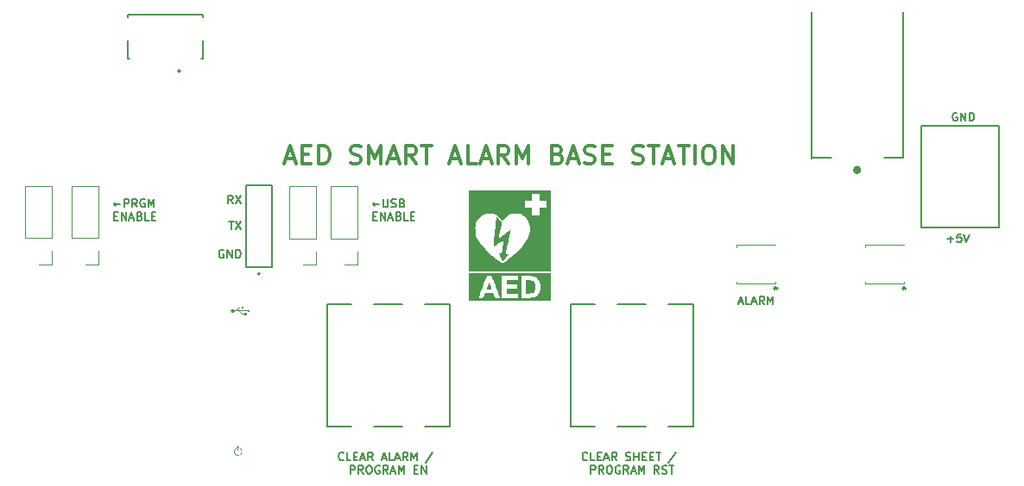
<source format=gto>
%TF.GenerationSoftware,KiCad,Pcbnew,(6.0.7)*%
%TF.CreationDate,2023-03-17T03:31:57-06:00*%
%TF.ProjectId,Base Station,42617365-2053-4746-9174-696f6e2e6b69,1.2*%
%TF.SameCoordinates,Original*%
%TF.FileFunction,Legend,Top*%
%TF.FilePolarity,Positive*%
%FSLAX46Y46*%
G04 Gerber Fmt 4.6, Leading zero omitted, Abs format (unit mm)*
G04 Created by KiCad (PCBNEW (6.0.7)) date 2023-03-17 03:31:57*
%MOMM*%
%LPD*%
G01*
G04 APERTURE LIST*
%ADD10C,0.150000*%
%ADD11C,0.300000*%
%ADD12C,0.120000*%
%ADD13C,0.127000*%
%ADD14C,0.400000*%
%ADD15C,0.200000*%
%ADD16C,0.000100*%
%ADD17C,7.000000*%
%ADD18R,1.193800X0.711200*%
%ADD19R,1.600000X1.550000*%
%ADD20O,5.000000X2.500000*%
%ADD21O,4.500000X2.250000*%
%ADD22R,0.400000X1.350000*%
%ADD23O,0.775000X1.550000*%
%ADD24O,1.300000X0.650000*%
%ADD25R,1.500000X1.550000*%
%ADD26R,0.863600X0.812800*%
%ADD27R,1.605000X1.605000*%
%ADD28R,0.495300X0.812800*%
%ADD29R,1.700000X1.700000*%
%ADD30O,1.700000X1.700000*%
%ADD31R,1.950000X1.950000*%
%ADD32C,1.950000*%
G04 APERTURE END LIST*
D10*
X137859047Y-121307714D02*
X137820952Y-121345809D01*
X137706666Y-121383904D01*
X137630476Y-121383904D01*
X137516190Y-121345809D01*
X137440000Y-121269619D01*
X137401904Y-121193428D01*
X137363809Y-121041047D01*
X137363809Y-120926761D01*
X137401904Y-120774380D01*
X137440000Y-120698190D01*
X137516190Y-120622000D01*
X137630476Y-120583904D01*
X137706666Y-120583904D01*
X137820952Y-120622000D01*
X137859047Y-120660095D01*
X138582857Y-121383904D02*
X138201904Y-121383904D01*
X138201904Y-120583904D01*
X138849523Y-120964857D02*
X139116190Y-120964857D01*
X139230476Y-121383904D02*
X138849523Y-121383904D01*
X138849523Y-120583904D01*
X139230476Y-120583904D01*
X139535238Y-121155333D02*
X139916190Y-121155333D01*
X139459047Y-121383904D02*
X139725714Y-120583904D01*
X139992380Y-121383904D01*
X140716190Y-121383904D02*
X140449523Y-121002952D01*
X140259047Y-121383904D02*
X140259047Y-120583904D01*
X140563809Y-120583904D01*
X140640000Y-120622000D01*
X140678095Y-120660095D01*
X140716190Y-120736285D01*
X140716190Y-120850571D01*
X140678095Y-120926761D01*
X140640000Y-120964857D01*
X140563809Y-121002952D01*
X140259047Y-121002952D01*
X141630476Y-121155333D02*
X142011428Y-121155333D01*
X141554285Y-121383904D02*
X141820952Y-120583904D01*
X142087619Y-121383904D01*
X142735238Y-121383904D02*
X142354285Y-121383904D01*
X142354285Y-120583904D01*
X142963809Y-121155333D02*
X143344761Y-121155333D01*
X142887619Y-121383904D02*
X143154285Y-120583904D01*
X143420952Y-121383904D01*
X144144761Y-121383904D02*
X143878095Y-121002952D01*
X143687619Y-121383904D02*
X143687619Y-120583904D01*
X143992380Y-120583904D01*
X144068571Y-120622000D01*
X144106666Y-120660095D01*
X144144761Y-120736285D01*
X144144761Y-120850571D01*
X144106666Y-120926761D01*
X144068571Y-120964857D01*
X143992380Y-121002952D01*
X143687619Y-121002952D01*
X144487619Y-121383904D02*
X144487619Y-120583904D01*
X144754285Y-121155333D01*
X145020952Y-120583904D01*
X145020952Y-121383904D01*
X146582857Y-120545809D02*
X145897142Y-121574380D01*
X138525714Y-122671904D02*
X138525714Y-121871904D01*
X138830476Y-121871904D01*
X138906666Y-121910000D01*
X138944761Y-121948095D01*
X138982857Y-122024285D01*
X138982857Y-122138571D01*
X138944761Y-122214761D01*
X138906666Y-122252857D01*
X138830476Y-122290952D01*
X138525714Y-122290952D01*
X139782857Y-122671904D02*
X139516190Y-122290952D01*
X139325714Y-122671904D02*
X139325714Y-121871904D01*
X139630476Y-121871904D01*
X139706666Y-121910000D01*
X139744761Y-121948095D01*
X139782857Y-122024285D01*
X139782857Y-122138571D01*
X139744761Y-122214761D01*
X139706666Y-122252857D01*
X139630476Y-122290952D01*
X139325714Y-122290952D01*
X140278095Y-121871904D02*
X140430476Y-121871904D01*
X140506666Y-121910000D01*
X140582857Y-121986190D01*
X140620952Y-122138571D01*
X140620952Y-122405238D01*
X140582857Y-122557619D01*
X140506666Y-122633809D01*
X140430476Y-122671904D01*
X140278095Y-122671904D01*
X140201904Y-122633809D01*
X140125714Y-122557619D01*
X140087619Y-122405238D01*
X140087619Y-122138571D01*
X140125714Y-121986190D01*
X140201904Y-121910000D01*
X140278095Y-121871904D01*
X141382857Y-121910000D02*
X141306666Y-121871904D01*
X141192380Y-121871904D01*
X141078095Y-121910000D01*
X141001904Y-121986190D01*
X140963809Y-122062380D01*
X140925714Y-122214761D01*
X140925714Y-122329047D01*
X140963809Y-122481428D01*
X141001904Y-122557619D01*
X141078095Y-122633809D01*
X141192380Y-122671904D01*
X141268571Y-122671904D01*
X141382857Y-122633809D01*
X141420952Y-122595714D01*
X141420952Y-122329047D01*
X141268571Y-122329047D01*
X142220952Y-122671904D02*
X141954285Y-122290952D01*
X141763809Y-122671904D02*
X141763809Y-121871904D01*
X142068571Y-121871904D01*
X142144761Y-121910000D01*
X142182857Y-121948095D01*
X142220952Y-122024285D01*
X142220952Y-122138571D01*
X142182857Y-122214761D01*
X142144761Y-122252857D01*
X142068571Y-122290952D01*
X141763809Y-122290952D01*
X142525714Y-122443333D02*
X142906666Y-122443333D01*
X142449523Y-122671904D02*
X142716190Y-121871904D01*
X142982857Y-122671904D01*
X143249523Y-122671904D02*
X143249523Y-121871904D01*
X143516190Y-122443333D01*
X143782857Y-121871904D01*
X143782857Y-122671904D01*
X144773333Y-122252857D02*
X145040000Y-122252857D01*
X145154285Y-122671904D02*
X144773333Y-122671904D01*
X144773333Y-121871904D01*
X145154285Y-121871904D01*
X145497142Y-122671904D02*
X145497142Y-121871904D01*
X145954285Y-122671904D01*
X145954285Y-121871904D01*
X197044880Y-99625142D02*
X197654404Y-99625142D01*
X197349642Y-99929904D02*
X197349642Y-99320380D01*
X198416309Y-99129904D02*
X198035357Y-99129904D01*
X197997261Y-99510857D01*
X198035357Y-99472761D01*
X198111547Y-99434666D01*
X198302023Y-99434666D01*
X198378214Y-99472761D01*
X198416309Y-99510857D01*
X198454404Y-99587047D01*
X198454404Y-99777523D01*
X198416309Y-99853714D01*
X198378214Y-99891809D01*
X198302023Y-99929904D01*
X198111547Y-99929904D01*
X198035357Y-99891809D01*
X197997261Y-99853714D01*
X198682976Y-99129904D02*
X198949642Y-99929904D01*
X199216309Y-99129904D01*
X176593714Y-105797333D02*
X176974666Y-105797333D01*
X176517523Y-106025904D02*
X176784190Y-105225904D01*
X177050857Y-106025904D01*
X177698476Y-106025904D02*
X177317523Y-106025904D01*
X177317523Y-105225904D01*
X177927047Y-105797333D02*
X178308000Y-105797333D01*
X177850857Y-106025904D02*
X178117523Y-105225904D01*
X178384190Y-106025904D01*
X179108000Y-106025904D02*
X178841333Y-105644952D01*
X178650857Y-106025904D02*
X178650857Y-105225904D01*
X178955619Y-105225904D01*
X179031809Y-105264000D01*
X179069904Y-105302095D01*
X179108000Y-105378285D01*
X179108000Y-105492571D01*
X179069904Y-105568761D01*
X179031809Y-105606857D01*
X178955619Y-105644952D01*
X178650857Y-105644952D01*
X179450857Y-106025904D02*
X179450857Y-105225904D01*
X179717523Y-105797333D01*
X179984190Y-105225904D01*
X179984190Y-106025904D01*
X198018476Y-87230000D02*
X197942285Y-87191904D01*
X197828000Y-87191904D01*
X197713714Y-87230000D01*
X197637523Y-87306190D01*
X197599428Y-87382380D01*
X197561333Y-87534761D01*
X197561333Y-87649047D01*
X197599428Y-87801428D01*
X197637523Y-87877619D01*
X197713714Y-87953809D01*
X197828000Y-87991904D01*
X197904190Y-87991904D01*
X198018476Y-87953809D01*
X198056571Y-87915714D01*
X198056571Y-87649047D01*
X197904190Y-87649047D01*
X198399428Y-87991904D02*
X198399428Y-87191904D01*
X198856571Y-87991904D01*
X198856571Y-87191904D01*
X199237523Y-87991904D02*
X199237523Y-87191904D01*
X199428000Y-87191904D01*
X199542285Y-87230000D01*
X199618476Y-87306190D01*
X199656571Y-87382380D01*
X199694666Y-87534761D01*
X199694666Y-87649047D01*
X199656571Y-87801428D01*
X199618476Y-87877619D01*
X199542285Y-87953809D01*
X199428000Y-87991904D01*
X199237523Y-87991904D01*
X115959500Y-96187142D02*
X115349976Y-96187142D01*
X115502357Y-96339523D02*
X115349976Y-96187142D01*
X115502357Y-96034761D01*
X116340452Y-96491904D02*
X116340452Y-95691904D01*
X116645214Y-95691904D01*
X116721404Y-95730000D01*
X116759500Y-95768095D01*
X116797595Y-95844285D01*
X116797595Y-95958571D01*
X116759500Y-96034761D01*
X116721404Y-96072857D01*
X116645214Y-96110952D01*
X116340452Y-96110952D01*
X117597595Y-96491904D02*
X117330928Y-96110952D01*
X117140452Y-96491904D02*
X117140452Y-95691904D01*
X117445214Y-95691904D01*
X117521404Y-95730000D01*
X117559500Y-95768095D01*
X117597595Y-95844285D01*
X117597595Y-95958571D01*
X117559500Y-96034761D01*
X117521404Y-96072857D01*
X117445214Y-96110952D01*
X117140452Y-96110952D01*
X118359500Y-95730000D02*
X118283309Y-95691904D01*
X118169023Y-95691904D01*
X118054738Y-95730000D01*
X117978547Y-95806190D01*
X117940452Y-95882380D01*
X117902357Y-96034761D01*
X117902357Y-96149047D01*
X117940452Y-96301428D01*
X117978547Y-96377619D01*
X118054738Y-96453809D01*
X118169023Y-96491904D01*
X118245214Y-96491904D01*
X118359500Y-96453809D01*
X118397595Y-96415714D01*
X118397595Y-96149047D01*
X118245214Y-96149047D01*
X118740452Y-96491904D02*
X118740452Y-95691904D01*
X119007119Y-96263333D01*
X119273785Y-95691904D01*
X119273785Y-96491904D01*
X115349976Y-97360857D02*
X115616642Y-97360857D01*
X115730928Y-97779904D02*
X115349976Y-97779904D01*
X115349976Y-96979904D01*
X115730928Y-96979904D01*
X116073785Y-97779904D02*
X116073785Y-96979904D01*
X116530928Y-97779904D01*
X116530928Y-96979904D01*
X116873785Y-97551333D02*
X117254738Y-97551333D01*
X116797595Y-97779904D02*
X117064261Y-96979904D01*
X117330928Y-97779904D01*
X117864261Y-97360857D02*
X117978547Y-97398952D01*
X118016642Y-97437047D01*
X118054738Y-97513238D01*
X118054738Y-97627523D01*
X118016642Y-97703714D01*
X117978547Y-97741809D01*
X117902357Y-97779904D01*
X117597595Y-97779904D01*
X117597595Y-96979904D01*
X117864261Y-96979904D01*
X117940452Y-97018000D01*
X117978547Y-97056095D01*
X118016642Y-97132285D01*
X118016642Y-97208476D01*
X117978547Y-97284666D01*
X117940452Y-97322761D01*
X117864261Y-97360857D01*
X117597595Y-97360857D01*
X118778547Y-97779904D02*
X118397595Y-97779904D01*
X118397595Y-96979904D01*
X119045214Y-97360857D02*
X119311880Y-97360857D01*
X119426166Y-97779904D02*
X119045214Y-97779904D01*
X119045214Y-96979904D01*
X119426166Y-96979904D01*
D11*
X132192285Y-91740000D02*
X133049428Y-91740000D01*
X132020857Y-92254285D02*
X132620857Y-90454285D01*
X133220857Y-92254285D01*
X133820857Y-91311428D02*
X134420857Y-91311428D01*
X134678000Y-92254285D02*
X133820857Y-92254285D01*
X133820857Y-90454285D01*
X134678000Y-90454285D01*
X135449428Y-92254285D02*
X135449428Y-90454285D01*
X135878000Y-90454285D01*
X136135142Y-90540000D01*
X136306571Y-90711428D01*
X136392285Y-90882857D01*
X136478000Y-91225714D01*
X136478000Y-91482857D01*
X136392285Y-91825714D01*
X136306571Y-91997142D01*
X136135142Y-92168571D01*
X135878000Y-92254285D01*
X135449428Y-92254285D01*
X138535142Y-92168571D02*
X138792285Y-92254285D01*
X139220857Y-92254285D01*
X139392285Y-92168571D01*
X139478000Y-92082857D01*
X139563714Y-91911428D01*
X139563714Y-91740000D01*
X139478000Y-91568571D01*
X139392285Y-91482857D01*
X139220857Y-91397142D01*
X138878000Y-91311428D01*
X138706571Y-91225714D01*
X138620857Y-91140000D01*
X138535142Y-90968571D01*
X138535142Y-90797142D01*
X138620857Y-90625714D01*
X138706571Y-90540000D01*
X138878000Y-90454285D01*
X139306571Y-90454285D01*
X139563714Y-90540000D01*
X140335142Y-92254285D02*
X140335142Y-90454285D01*
X140935142Y-91740000D01*
X141535142Y-90454285D01*
X141535142Y-92254285D01*
X142306571Y-91740000D02*
X143163714Y-91740000D01*
X142135142Y-92254285D02*
X142735142Y-90454285D01*
X143335142Y-92254285D01*
X144963714Y-92254285D02*
X144363714Y-91397142D01*
X143935142Y-92254285D02*
X143935142Y-90454285D01*
X144620857Y-90454285D01*
X144792285Y-90540000D01*
X144878000Y-90625714D01*
X144963714Y-90797142D01*
X144963714Y-91054285D01*
X144878000Y-91225714D01*
X144792285Y-91311428D01*
X144620857Y-91397142D01*
X143935142Y-91397142D01*
X145478000Y-90454285D02*
X146506571Y-90454285D01*
X145992285Y-92254285D02*
X145992285Y-90454285D01*
X148392285Y-91740000D02*
X149249428Y-91740000D01*
X148220857Y-92254285D02*
X148820857Y-90454285D01*
X149420857Y-92254285D01*
X150878000Y-92254285D02*
X150020857Y-92254285D01*
X150020857Y-90454285D01*
X151392285Y-91740000D02*
X152249428Y-91740000D01*
X151220857Y-92254285D02*
X151820857Y-90454285D01*
X152420857Y-92254285D01*
X154049428Y-92254285D02*
X153449428Y-91397142D01*
X153020857Y-92254285D02*
X153020857Y-90454285D01*
X153706571Y-90454285D01*
X153878000Y-90540000D01*
X153963714Y-90625714D01*
X154049428Y-90797142D01*
X154049428Y-91054285D01*
X153963714Y-91225714D01*
X153878000Y-91311428D01*
X153706571Y-91397142D01*
X153020857Y-91397142D01*
X154820857Y-92254285D02*
X154820857Y-90454285D01*
X155420857Y-91740000D01*
X156020857Y-90454285D01*
X156020857Y-92254285D01*
X158849428Y-91311428D02*
X159106571Y-91397142D01*
X159192285Y-91482857D01*
X159278000Y-91654285D01*
X159278000Y-91911428D01*
X159192285Y-92082857D01*
X159106571Y-92168571D01*
X158935142Y-92254285D01*
X158249428Y-92254285D01*
X158249428Y-90454285D01*
X158849428Y-90454285D01*
X159020857Y-90540000D01*
X159106571Y-90625714D01*
X159192285Y-90797142D01*
X159192285Y-90968571D01*
X159106571Y-91140000D01*
X159020857Y-91225714D01*
X158849428Y-91311428D01*
X158249428Y-91311428D01*
X159963714Y-91740000D02*
X160820857Y-91740000D01*
X159792285Y-92254285D02*
X160392285Y-90454285D01*
X160992285Y-92254285D01*
X161506571Y-92168571D02*
X161763714Y-92254285D01*
X162192285Y-92254285D01*
X162363714Y-92168571D01*
X162449428Y-92082857D01*
X162535142Y-91911428D01*
X162535142Y-91740000D01*
X162449428Y-91568571D01*
X162363714Y-91482857D01*
X162192285Y-91397142D01*
X161849428Y-91311428D01*
X161678000Y-91225714D01*
X161592285Y-91140000D01*
X161506571Y-90968571D01*
X161506571Y-90797142D01*
X161592285Y-90625714D01*
X161678000Y-90540000D01*
X161849428Y-90454285D01*
X162278000Y-90454285D01*
X162535142Y-90540000D01*
X163306571Y-91311428D02*
X163906571Y-91311428D01*
X164163714Y-92254285D02*
X163306571Y-92254285D01*
X163306571Y-90454285D01*
X164163714Y-90454285D01*
X166220857Y-92168571D02*
X166478000Y-92254285D01*
X166906571Y-92254285D01*
X167078000Y-92168571D01*
X167163714Y-92082857D01*
X167249428Y-91911428D01*
X167249428Y-91740000D01*
X167163714Y-91568571D01*
X167078000Y-91482857D01*
X166906571Y-91397142D01*
X166563714Y-91311428D01*
X166392285Y-91225714D01*
X166306571Y-91140000D01*
X166220857Y-90968571D01*
X166220857Y-90797142D01*
X166306571Y-90625714D01*
X166392285Y-90540000D01*
X166563714Y-90454285D01*
X166992285Y-90454285D01*
X167249428Y-90540000D01*
X167763714Y-90454285D02*
X168792285Y-90454285D01*
X168278000Y-92254285D02*
X168278000Y-90454285D01*
X169306571Y-91740000D02*
X170163714Y-91740000D01*
X169135142Y-92254285D02*
X169735142Y-90454285D01*
X170335142Y-92254285D01*
X170678000Y-90454285D02*
X171706571Y-90454285D01*
X171192285Y-92254285D02*
X171192285Y-90454285D01*
X172306571Y-92254285D02*
X172306571Y-90454285D01*
X173506571Y-90454285D02*
X173849428Y-90454285D01*
X174020857Y-90540000D01*
X174192285Y-90711428D01*
X174278000Y-91054285D01*
X174278000Y-91654285D01*
X174192285Y-91997142D01*
X174020857Y-92168571D01*
X173849428Y-92254285D01*
X173506571Y-92254285D01*
X173335142Y-92168571D01*
X173163714Y-91997142D01*
X173078000Y-91654285D01*
X173078000Y-91054285D01*
X173163714Y-90711428D01*
X173335142Y-90540000D01*
X173506571Y-90454285D01*
X175049428Y-92254285D02*
X175049428Y-90454285D01*
X176078000Y-92254285D01*
X176078000Y-90454285D01*
D10*
X126623261Y-97859904D02*
X127080404Y-97859904D01*
X126851833Y-98659904D02*
X126851833Y-97859904D01*
X127270880Y-97859904D02*
X127804214Y-98659904D01*
X127804214Y-97859904D02*
X127270880Y-98659904D01*
X126089928Y-100692000D02*
X126013738Y-100653904D01*
X125899452Y-100653904D01*
X125785166Y-100692000D01*
X125708976Y-100768190D01*
X125670880Y-100844380D01*
X125632785Y-100996761D01*
X125632785Y-101111047D01*
X125670880Y-101263428D01*
X125708976Y-101339619D01*
X125785166Y-101415809D01*
X125899452Y-101453904D01*
X125975642Y-101453904D01*
X126089928Y-101415809D01*
X126128023Y-101377714D01*
X126128023Y-101111047D01*
X125975642Y-101111047D01*
X126470880Y-101453904D02*
X126470880Y-100653904D01*
X126928023Y-101453904D01*
X126928023Y-100653904D01*
X127308976Y-101453904D02*
X127308976Y-100653904D01*
X127499452Y-100653904D01*
X127613738Y-100692000D01*
X127689928Y-100768190D01*
X127728023Y-100844380D01*
X127766119Y-100996761D01*
X127766119Y-101111047D01*
X127728023Y-101263428D01*
X127689928Y-101339619D01*
X127613738Y-101415809D01*
X127499452Y-101453904D01*
X127308976Y-101453904D01*
X141359500Y-96187142D02*
X140749976Y-96187142D01*
X140902357Y-96339523D02*
X140749976Y-96187142D01*
X140902357Y-96034761D01*
X141740452Y-95691904D02*
X141740452Y-96339523D01*
X141778547Y-96415714D01*
X141816642Y-96453809D01*
X141892833Y-96491904D01*
X142045214Y-96491904D01*
X142121404Y-96453809D01*
X142159500Y-96415714D01*
X142197595Y-96339523D01*
X142197595Y-95691904D01*
X142540452Y-96453809D02*
X142654738Y-96491904D01*
X142845214Y-96491904D01*
X142921404Y-96453809D01*
X142959500Y-96415714D01*
X142997595Y-96339523D01*
X142997595Y-96263333D01*
X142959500Y-96187142D01*
X142921404Y-96149047D01*
X142845214Y-96110952D01*
X142692833Y-96072857D01*
X142616642Y-96034761D01*
X142578547Y-95996666D01*
X142540452Y-95920476D01*
X142540452Y-95844285D01*
X142578547Y-95768095D01*
X142616642Y-95730000D01*
X142692833Y-95691904D01*
X142883309Y-95691904D01*
X142997595Y-95730000D01*
X143607119Y-96072857D02*
X143721404Y-96110952D01*
X143759500Y-96149047D01*
X143797595Y-96225238D01*
X143797595Y-96339523D01*
X143759500Y-96415714D01*
X143721404Y-96453809D01*
X143645214Y-96491904D01*
X143340452Y-96491904D01*
X143340452Y-95691904D01*
X143607119Y-95691904D01*
X143683309Y-95730000D01*
X143721404Y-95768095D01*
X143759500Y-95844285D01*
X143759500Y-95920476D01*
X143721404Y-95996666D01*
X143683309Y-96034761D01*
X143607119Y-96072857D01*
X143340452Y-96072857D01*
X140749976Y-97360857D02*
X141016642Y-97360857D01*
X141130928Y-97779904D02*
X140749976Y-97779904D01*
X140749976Y-96979904D01*
X141130928Y-96979904D01*
X141473785Y-97779904D02*
X141473785Y-96979904D01*
X141930928Y-97779904D01*
X141930928Y-96979904D01*
X142273785Y-97551333D02*
X142654738Y-97551333D01*
X142197595Y-97779904D02*
X142464261Y-96979904D01*
X142730928Y-97779904D01*
X143264261Y-97360857D02*
X143378547Y-97398952D01*
X143416642Y-97437047D01*
X143454738Y-97513238D01*
X143454738Y-97627523D01*
X143416642Y-97703714D01*
X143378547Y-97741809D01*
X143302357Y-97779904D01*
X142997595Y-97779904D01*
X142997595Y-96979904D01*
X143264261Y-96979904D01*
X143340452Y-97018000D01*
X143378547Y-97056095D01*
X143416642Y-97132285D01*
X143416642Y-97208476D01*
X143378547Y-97284666D01*
X143340452Y-97322761D01*
X143264261Y-97360857D01*
X142997595Y-97360857D01*
X144178547Y-97779904D02*
X143797595Y-97779904D01*
X143797595Y-96979904D01*
X144445214Y-97360857D02*
X144711880Y-97360857D01*
X144826166Y-97779904D02*
X144445214Y-97779904D01*
X144445214Y-96979904D01*
X144826166Y-96979904D01*
X161773142Y-121307714D02*
X161735047Y-121345809D01*
X161620761Y-121383904D01*
X161544571Y-121383904D01*
X161430285Y-121345809D01*
X161354095Y-121269619D01*
X161316000Y-121193428D01*
X161277904Y-121041047D01*
X161277904Y-120926761D01*
X161316000Y-120774380D01*
X161354095Y-120698190D01*
X161430285Y-120622000D01*
X161544571Y-120583904D01*
X161620761Y-120583904D01*
X161735047Y-120622000D01*
X161773142Y-120660095D01*
X162496952Y-121383904D02*
X162116000Y-121383904D01*
X162116000Y-120583904D01*
X162763619Y-120964857D02*
X163030285Y-120964857D01*
X163144571Y-121383904D02*
X162763619Y-121383904D01*
X162763619Y-120583904D01*
X163144571Y-120583904D01*
X163449333Y-121155333D02*
X163830285Y-121155333D01*
X163373142Y-121383904D02*
X163639809Y-120583904D01*
X163906476Y-121383904D01*
X164630285Y-121383904D02*
X164363619Y-121002952D01*
X164173142Y-121383904D02*
X164173142Y-120583904D01*
X164477904Y-120583904D01*
X164554095Y-120622000D01*
X164592190Y-120660095D01*
X164630285Y-120736285D01*
X164630285Y-120850571D01*
X164592190Y-120926761D01*
X164554095Y-120964857D01*
X164477904Y-121002952D01*
X164173142Y-121002952D01*
X165544571Y-121345809D02*
X165658857Y-121383904D01*
X165849333Y-121383904D01*
X165925523Y-121345809D01*
X165963619Y-121307714D01*
X166001714Y-121231523D01*
X166001714Y-121155333D01*
X165963619Y-121079142D01*
X165925523Y-121041047D01*
X165849333Y-121002952D01*
X165696952Y-120964857D01*
X165620761Y-120926761D01*
X165582666Y-120888666D01*
X165544571Y-120812476D01*
X165544571Y-120736285D01*
X165582666Y-120660095D01*
X165620761Y-120622000D01*
X165696952Y-120583904D01*
X165887428Y-120583904D01*
X166001714Y-120622000D01*
X166344571Y-121383904D02*
X166344571Y-120583904D01*
X166344571Y-120964857D02*
X166801714Y-120964857D01*
X166801714Y-121383904D02*
X166801714Y-120583904D01*
X167182666Y-120964857D02*
X167449333Y-120964857D01*
X167563619Y-121383904D02*
X167182666Y-121383904D01*
X167182666Y-120583904D01*
X167563619Y-120583904D01*
X167906476Y-120964857D02*
X168173142Y-120964857D01*
X168287428Y-121383904D02*
X167906476Y-121383904D01*
X167906476Y-120583904D01*
X168287428Y-120583904D01*
X168516000Y-120583904D02*
X168973142Y-120583904D01*
X168744571Y-121383904D02*
X168744571Y-120583904D01*
X170420761Y-120545809D02*
X169735047Y-121574380D01*
X162096952Y-122671904D02*
X162096952Y-121871904D01*
X162401714Y-121871904D01*
X162477904Y-121910000D01*
X162516000Y-121948095D01*
X162554095Y-122024285D01*
X162554095Y-122138571D01*
X162516000Y-122214761D01*
X162477904Y-122252857D01*
X162401714Y-122290952D01*
X162096952Y-122290952D01*
X163354095Y-122671904D02*
X163087428Y-122290952D01*
X162896952Y-122671904D02*
X162896952Y-121871904D01*
X163201714Y-121871904D01*
X163277904Y-121910000D01*
X163316000Y-121948095D01*
X163354095Y-122024285D01*
X163354095Y-122138571D01*
X163316000Y-122214761D01*
X163277904Y-122252857D01*
X163201714Y-122290952D01*
X162896952Y-122290952D01*
X163849333Y-121871904D02*
X164001714Y-121871904D01*
X164077904Y-121910000D01*
X164154095Y-121986190D01*
X164192190Y-122138571D01*
X164192190Y-122405238D01*
X164154095Y-122557619D01*
X164077904Y-122633809D01*
X164001714Y-122671904D01*
X163849333Y-122671904D01*
X163773142Y-122633809D01*
X163696952Y-122557619D01*
X163658857Y-122405238D01*
X163658857Y-122138571D01*
X163696952Y-121986190D01*
X163773142Y-121910000D01*
X163849333Y-121871904D01*
X164954095Y-121910000D02*
X164877904Y-121871904D01*
X164763619Y-121871904D01*
X164649333Y-121910000D01*
X164573142Y-121986190D01*
X164535047Y-122062380D01*
X164496952Y-122214761D01*
X164496952Y-122329047D01*
X164535047Y-122481428D01*
X164573142Y-122557619D01*
X164649333Y-122633809D01*
X164763619Y-122671904D01*
X164839809Y-122671904D01*
X164954095Y-122633809D01*
X164992190Y-122595714D01*
X164992190Y-122329047D01*
X164839809Y-122329047D01*
X165792190Y-122671904D02*
X165525523Y-122290952D01*
X165335047Y-122671904D02*
X165335047Y-121871904D01*
X165639809Y-121871904D01*
X165716000Y-121910000D01*
X165754095Y-121948095D01*
X165792190Y-122024285D01*
X165792190Y-122138571D01*
X165754095Y-122214761D01*
X165716000Y-122252857D01*
X165639809Y-122290952D01*
X165335047Y-122290952D01*
X166096952Y-122443333D02*
X166477904Y-122443333D01*
X166020761Y-122671904D02*
X166287428Y-121871904D01*
X166554095Y-122671904D01*
X166820761Y-122671904D02*
X166820761Y-121871904D01*
X167087428Y-122443333D01*
X167354095Y-121871904D01*
X167354095Y-122671904D01*
X168801714Y-122671904D02*
X168535047Y-122290952D01*
X168344571Y-122671904D02*
X168344571Y-121871904D01*
X168649333Y-121871904D01*
X168725523Y-121910000D01*
X168763619Y-121948095D01*
X168801714Y-122024285D01*
X168801714Y-122138571D01*
X168763619Y-122214761D01*
X168725523Y-122252857D01*
X168649333Y-122290952D01*
X168344571Y-122290952D01*
X169106476Y-122633809D02*
X169220761Y-122671904D01*
X169411238Y-122671904D01*
X169487428Y-122633809D01*
X169525523Y-122595714D01*
X169563619Y-122519523D01*
X169563619Y-122443333D01*
X169525523Y-122367142D01*
X169487428Y-122329047D01*
X169411238Y-122290952D01*
X169258857Y-122252857D01*
X169182666Y-122214761D01*
X169144571Y-122176666D01*
X169106476Y-122100476D01*
X169106476Y-122024285D01*
X169144571Y-121948095D01*
X169182666Y-121910000D01*
X169258857Y-121871904D01*
X169449333Y-121871904D01*
X169563619Y-121910000D01*
X169792190Y-121871904D02*
X170249333Y-121871904D01*
X170020761Y-122671904D02*
X170020761Y-121871904D01*
X127004214Y-96119904D02*
X126737547Y-95738952D01*
X126547071Y-96119904D02*
X126547071Y-95319904D01*
X126851833Y-95319904D01*
X126928023Y-95358000D01*
X126966119Y-95396095D01*
X127004214Y-95472285D01*
X127004214Y-95586571D01*
X126966119Y-95662761D01*
X126928023Y-95700857D01*
X126851833Y-95738952D01*
X126547071Y-95738952D01*
X127270880Y-95319904D02*
X127804214Y-96119904D01*
X127804214Y-95319904D02*
X127270880Y-96119904D01*
%TO.C,D4*%
X192834100Y-104259505D02*
X192834100Y-104449981D01*
X192643623Y-104373791D02*
X192834100Y-104449981D01*
X193024576Y-104373791D01*
X192719814Y-104602362D02*
X192834100Y-104449981D01*
X192948385Y-104602362D01*
%TO.C,D3*%
X180224100Y-104259505D02*
X180224100Y-104449981D01*
X180033623Y-104373791D02*
X180224100Y-104449981D01*
X180414576Y-104373791D01*
X180109814Y-104602362D02*
X180224100Y-104449981D01*
X180338385Y-104602362D01*
D12*
%TO.C,D4*%
X189038400Y-100212401D02*
X189038400Y-100403660D01*
X189038400Y-103780342D02*
X189038400Y-103971601D01*
X192797600Y-100212401D02*
X189038400Y-100212401D01*
X192797600Y-103971601D02*
X192797600Y-103780342D01*
X189038400Y-103971601D02*
X192797600Y-103971601D01*
D13*
%TO.C,SW1*%
X148240000Y-106014000D02*
X145853500Y-106014000D01*
X143626500Y-118014000D02*
X140853500Y-118014000D01*
X136240000Y-106014000D02*
X136240000Y-118014000D01*
X136240000Y-118014000D02*
X138626500Y-118014000D01*
X148240000Y-118014000D02*
X145853500Y-118014000D01*
X143626500Y-106014000D02*
X140853500Y-106014000D01*
X148240000Y-118014000D02*
X148240000Y-106014000D01*
X136240000Y-106014000D02*
X138626500Y-106014000D01*
%TO.C,G\u002A\u002A\u002A*%
G36*
X127422654Y-120097570D02*
G01*
X127431505Y-120101945D01*
X127438876Y-120108616D01*
X127440477Y-120110726D01*
X127443294Y-120115246D01*
X127444815Y-120119399D01*
X127445419Y-120124575D01*
X127445500Y-120129181D01*
X127445259Y-120135967D01*
X127444306Y-120140829D01*
X127442287Y-120145159D01*
X127440919Y-120147331D01*
X127438316Y-120151004D01*
X127435615Y-120153971D01*
X127432293Y-120156519D01*
X127427825Y-120158937D01*
X127421689Y-120161512D01*
X127413361Y-120164532D01*
X127403645Y-120167841D01*
X127372317Y-120180012D01*
X127343032Y-120194801D01*
X127315760Y-120212233D01*
X127290475Y-120232328D01*
X127267148Y-120255111D01*
X127245751Y-120280604D01*
X127226257Y-120308830D01*
X127221866Y-120316000D01*
X127206277Y-120345181D01*
X127193844Y-120375362D01*
X127184547Y-120406617D01*
X127178363Y-120439021D01*
X127175270Y-120472649D01*
X127175164Y-120475166D01*
X127175444Y-120509287D01*
X127178898Y-120542691D01*
X127185450Y-120575206D01*
X127195026Y-120606663D01*
X127207550Y-120636890D01*
X127222950Y-120665716D01*
X127241148Y-120692971D01*
X127262071Y-120718484D01*
X127285644Y-120742085D01*
X127296128Y-120751228D01*
X127322911Y-120771595D01*
X127350912Y-120788859D01*
X127380124Y-120803019D01*
X127410545Y-120814072D01*
X127442169Y-120822016D01*
X127474991Y-120826851D01*
X127484343Y-120827643D01*
X127517567Y-120828386D01*
X127550259Y-120825885D01*
X127582244Y-120820207D01*
X127613346Y-120811422D01*
X127643391Y-120799599D01*
X127672203Y-120784808D01*
X127699606Y-120767117D01*
X127725425Y-120746595D01*
X127749485Y-120723311D01*
X127749638Y-120723148D01*
X127771265Y-120697801D01*
X127789953Y-120671013D01*
X127805759Y-120642671D01*
X127818739Y-120612659D01*
X127828951Y-120580863D01*
X127836450Y-120547169D01*
X127836509Y-120546833D01*
X127838276Y-120534074D01*
X127839551Y-120519101D01*
X127840327Y-120502762D01*
X127840596Y-120485904D01*
X127840352Y-120469377D01*
X127839588Y-120454027D01*
X127838295Y-120440703D01*
X127837465Y-120435166D01*
X127830075Y-120401558D01*
X127819802Y-120369552D01*
X127806569Y-120338950D01*
X127790297Y-120309551D01*
X127785037Y-120301280D01*
X127765217Y-120273905D01*
X127743327Y-120249141D01*
X127719385Y-120227003D01*
X127693408Y-120207503D01*
X127665413Y-120190656D01*
X127635418Y-120176474D01*
X127612354Y-120167841D01*
X127601626Y-120164179D01*
X127593558Y-120161220D01*
X127587626Y-120158676D01*
X127583306Y-120156258D01*
X127580074Y-120153679D01*
X127577409Y-120150650D01*
X127575080Y-120147331D01*
X127572460Y-120142783D01*
X127571064Y-120138336D01*
X127570543Y-120132599D01*
X127570500Y-120129181D01*
X127570708Y-120122584D01*
X127571587Y-120117919D01*
X127573513Y-120113796D01*
X127575522Y-120110726D01*
X127582337Y-120103526D01*
X127590884Y-120098487D01*
X127600226Y-120096116D01*
X127602741Y-120096000D01*
X127609860Y-120096814D01*
X127619360Y-120099124D01*
X127630753Y-120102726D01*
X127643551Y-120107418D01*
X127657268Y-120112996D01*
X127671414Y-120119258D01*
X127685502Y-120126002D01*
X127699045Y-120133025D01*
X127711554Y-120140124D01*
X127717019Y-120143481D01*
X127746563Y-120164028D01*
X127774114Y-120186973D01*
X127799472Y-120212083D01*
X127822437Y-120239125D01*
X127842809Y-120267866D01*
X127860387Y-120298070D01*
X127873602Y-120326192D01*
X127886879Y-120361947D01*
X127896885Y-120397986D01*
X127903611Y-120434218D01*
X127907048Y-120470553D01*
X127907186Y-120506902D01*
X127904014Y-120543175D01*
X127899649Y-120569333D01*
X127890846Y-120605096D01*
X127879123Y-120639504D01*
X127864607Y-120672410D01*
X127847429Y-120703664D01*
X127827716Y-120733118D01*
X127805598Y-120760625D01*
X127781203Y-120786036D01*
X127754660Y-120809202D01*
X127726098Y-120829975D01*
X127695646Y-120848207D01*
X127663432Y-120863750D01*
X127634240Y-120874913D01*
X127612643Y-120881735D01*
X127592599Y-120886956D01*
X127573094Y-120890747D01*
X127553111Y-120893281D01*
X127531637Y-120894730D01*
X127514666Y-120895199D01*
X127503756Y-120895319D01*
X127493706Y-120895364D01*
X127485089Y-120895337D01*
X127478481Y-120895239D01*
X127474456Y-120895074D01*
X127473833Y-120895010D01*
X127469773Y-120894456D01*
X127463628Y-120893633D01*
X127456618Y-120892703D01*
X127455500Y-120892556D01*
X127421425Y-120886416D01*
X127387792Y-120877104D01*
X127354918Y-120864775D01*
X127323121Y-120849589D01*
X127292716Y-120831704D01*
X127264022Y-120811276D01*
X127237355Y-120788464D01*
X127228000Y-120779385D01*
X127203267Y-120752196D01*
X127181206Y-120723060D01*
X127161879Y-120692105D01*
X127145348Y-120659457D01*
X127131673Y-120625243D01*
X127120917Y-120589590D01*
X127113142Y-120552626D01*
X127111127Y-120539333D01*
X127110071Y-120528734D01*
X127109380Y-120515674D01*
X127109047Y-120501004D01*
X127109067Y-120485573D01*
X127109431Y-120470234D01*
X127110132Y-120455837D01*
X127111165Y-120443233D01*
X127111949Y-120436833D01*
X127118967Y-120398893D01*
X127128858Y-120362592D01*
X127141611Y-120327963D01*
X127157214Y-120295036D01*
X127175655Y-120263845D01*
X127175964Y-120263374D01*
X127195051Y-120237041D01*
X127216945Y-120211691D01*
X127241156Y-120187802D01*
X127267196Y-120165849D01*
X127294577Y-120146308D01*
X127298980Y-120143481D01*
X127310823Y-120136417D01*
X127323933Y-120129333D01*
X127337822Y-120122431D01*
X127352001Y-120115913D01*
X127365984Y-120109983D01*
X127379281Y-120104843D01*
X127391406Y-120100695D01*
X127401871Y-120097743D01*
X127410187Y-120096189D01*
X127413258Y-120095999D01*
X127422654Y-120097570D01*
G37*
G36*
X127514602Y-119897030D02*
G01*
X127519233Y-119897864D01*
X127523242Y-119899701D01*
X127526478Y-119901833D01*
X127531628Y-119906428D01*
X127536184Y-119912070D01*
X127537455Y-119914178D01*
X127541333Y-119921524D01*
X127541333Y-120403809D01*
X127537455Y-120411154D01*
X127531460Y-120419295D01*
X127523638Y-120425146D01*
X127514637Y-120428498D01*
X127505104Y-120429139D01*
X127495687Y-120426861D01*
X127493000Y-120425586D01*
X127487352Y-120421634D01*
X127482053Y-120416456D01*
X127480500Y-120414478D01*
X127475500Y-120407380D01*
X127475066Y-120164483D01*
X127474633Y-119921586D01*
X127478528Y-119914209D01*
X127482398Y-119908652D01*
X127487521Y-119903404D01*
X127489521Y-119901833D01*
X127493914Y-119899054D01*
X127497963Y-119897540D01*
X127503018Y-119896925D01*
X127508000Y-119896833D01*
X127514602Y-119897030D01*
G37*
%TO.C,J6*%
X192714000Y-77292200D02*
X192714000Y-91636000D01*
X185664000Y-91636000D02*
X183714000Y-91636000D01*
X183714000Y-91686800D02*
X183714000Y-77292200D01*
X192714000Y-91636000D02*
X190864000Y-91636000D01*
D14*
X188414000Y-92836000D02*
G75*
G03*
X188414000Y-92836000I-200000J0D01*
G01*
D13*
%TO.C,SW2*%
X164729500Y-118014000D02*
X167502500Y-118014000D01*
X172116000Y-106014000D02*
X169729500Y-106014000D01*
X164729500Y-106014000D02*
X167502500Y-106014000D01*
X172116000Y-118014000D02*
X172116000Y-106014000D01*
X172116000Y-118014000D02*
X169729500Y-118014000D01*
X160116000Y-118014000D02*
X162502500Y-118014000D01*
X160116000Y-106014000D02*
X160116000Y-118014000D01*
X160116000Y-106014000D02*
X162502500Y-106014000D01*
%TO.C,G\u002A\u002A\u002A*%
G36*
X155987218Y-103662525D02*
G01*
X156197266Y-103674340D01*
X156361043Y-103711490D01*
X156484482Y-103777033D01*
X156573521Y-103874032D01*
X156630325Y-103994181D01*
X156665524Y-104152993D01*
X156675757Y-104333157D01*
X156661547Y-104511599D01*
X156623413Y-104665245D01*
X156614685Y-104687015D01*
X156551951Y-104800993D01*
X156471311Y-104881499D01*
X156363454Y-104933097D01*
X156219067Y-104960348D01*
X156041484Y-104967841D01*
X155767273Y-104967841D01*
X155767273Y-103662367D01*
X155987218Y-103662525D01*
G37*
G36*
X158179564Y-94807841D02*
G01*
X158179564Y-102810970D01*
X150176436Y-102810970D01*
X150176436Y-98552858D01*
X150777050Y-98552858D01*
X150781553Y-98747816D01*
X150795601Y-98941138D01*
X150818391Y-99113783D01*
X150841466Y-99220914D01*
X150929456Y-99462877D01*
X151064351Y-99724430D01*
X151242020Y-100000322D01*
X151458331Y-100285302D01*
X151709154Y-100574119D01*
X151990359Y-100861522D01*
X152297814Y-101142260D01*
X152460062Y-101278461D01*
X152571986Y-101368213D01*
X152701132Y-101469241D01*
X152839889Y-101575871D01*
X152980647Y-101682432D01*
X153115793Y-101783254D01*
X153237717Y-101872664D01*
X153338809Y-101944991D01*
X153411458Y-101994563D01*
X153448052Y-102015709D01*
X153449896Y-102016079D01*
X153481525Y-102000573D01*
X153548329Y-101958443D01*
X153639696Y-101896609D01*
X153719504Y-101840353D01*
X154208543Y-101473117D01*
X154641647Y-101112187D01*
X155018679Y-100757685D01*
X155339501Y-100409733D01*
X155375323Y-100367092D01*
X155592977Y-100093472D01*
X155768258Y-99844786D01*
X155904762Y-99612683D01*
X156006091Y-99388810D01*
X156075842Y-99164812D01*
X156117615Y-98932337D01*
X156135009Y-98683033D01*
X156136013Y-98601560D01*
X156133438Y-98442966D01*
X156123588Y-98320236D01*
X156103627Y-98212648D01*
X156070722Y-98099481D01*
X156064986Y-98082208D01*
X156015685Y-97944253D01*
X155967756Y-97837535D01*
X155909610Y-97741523D01*
X155829658Y-97635684D01*
X155776325Y-97570795D01*
X155596237Y-97396039D01*
X155374939Y-97250083D01*
X155185486Y-97163022D01*
X155013025Y-97117312D01*
X154810283Y-97095212D01*
X154598369Y-97096712D01*
X154398390Y-97121804D01*
X154248949Y-97163429D01*
X153989011Y-97287522D01*
X153771512Y-97444977D01*
X153589587Y-97641038D01*
X153546707Y-97699788D01*
X153459869Y-97824695D01*
X153400606Y-97742357D01*
X153221158Y-97532417D01*
X153011858Y-97354716D01*
X152784444Y-97218014D01*
X152599436Y-97144685D01*
X152393129Y-97103476D01*
X152163913Y-97093333D01*
X151934468Y-97113504D01*
X151727472Y-97163239D01*
X151696208Y-97174557D01*
X151445457Y-97299937D01*
X151226517Y-97468646D01*
X151044685Y-97674424D01*
X150905255Y-97911010D01*
X150813523Y-98172144D01*
X150799889Y-98234197D01*
X150782894Y-98375304D01*
X150777050Y-98552858D01*
X150176436Y-98552858D01*
X150176436Y-96567394D01*
X155652007Y-96567394D01*
X156363251Y-96567394D01*
X156363251Y-97276892D01*
X157072748Y-97276892D01*
X157072748Y-96567394D01*
X157783993Y-96567394D01*
X157776024Y-96219741D01*
X157768056Y-95872087D01*
X157420402Y-95864119D01*
X157072748Y-95856150D01*
X157072748Y-95176780D01*
X156363251Y-95176780D01*
X156363251Y-95856150D01*
X156015598Y-95864119D01*
X155667944Y-95872087D01*
X155659975Y-96219741D01*
X155652007Y-96567394D01*
X150176436Y-96567394D01*
X150176436Y-94807841D01*
X158179564Y-94807841D01*
G37*
G36*
X152146028Y-103871738D02*
G01*
X152176496Y-103932395D01*
X152215936Y-104027946D01*
X152260084Y-104148841D01*
X152261225Y-104152146D01*
X152305371Y-104280133D01*
X152343299Y-104389993D01*
X152370855Y-104469707D01*
X152383684Y-104506668D01*
X152375102Y-104524243D01*
X152329746Y-104535323D01*
X152240489Y-104540924D01*
X152134648Y-104542143D01*
X152012114Y-104541222D01*
X151936668Y-104537132D01*
X151898648Y-104527885D01*
X151888394Y-104511490D01*
X151893450Y-104492478D01*
X151910803Y-104445707D01*
X151941476Y-104359031D01*
X151980603Y-104246310D01*
X152010057Y-104160383D01*
X152051987Y-104041344D01*
X152089301Y-103942503D01*
X152117186Y-103876223D01*
X152128796Y-103855525D01*
X152146028Y-103871738D01*
G37*
G36*
X152902687Y-97466967D02*
G01*
X152967823Y-97519470D01*
X153049278Y-97594349D01*
X153136707Y-97681274D01*
X153219765Y-97769916D01*
X153288110Y-97849944D01*
X153331395Y-97911028D01*
X153334540Y-97916840D01*
X153347207Y-97945147D01*
X153355034Y-97977027D01*
X153357098Y-98019346D01*
X153352471Y-98078971D01*
X153340230Y-98162770D01*
X153319448Y-98277609D01*
X153289201Y-98430354D01*
X153248563Y-98627874D01*
X153220727Y-98761540D01*
X153179752Y-98961186D01*
X153143890Y-99142314D01*
X153114481Y-99297616D01*
X153092868Y-99419780D01*
X153080392Y-99501497D01*
X153078394Y-99535456D01*
X153078631Y-99535810D01*
X153105008Y-99524279D01*
X153170743Y-99483387D01*
X153269495Y-99417438D01*
X153394924Y-99330733D01*
X153540689Y-99227577D01*
X153667567Y-99136180D01*
X153824923Y-99022885D01*
X153966851Y-98922435D01*
X154087035Y-98839159D01*
X154179163Y-98777384D01*
X154236919Y-98741436D01*
X154254134Y-98734180D01*
X154252107Y-98764557D01*
X154239049Y-98842501D01*
X154216490Y-98960225D01*
X154185958Y-99109943D01*
X154148984Y-99283870D01*
X154121358Y-99410116D01*
X154065898Y-99661129D01*
X154010972Y-99910386D01*
X153957931Y-100151696D01*
X153908127Y-100378867D01*
X153862912Y-100585711D01*
X153823638Y-100766035D01*
X153791656Y-100913651D01*
X153768318Y-101022367D01*
X153754976Y-101085994D01*
X153752301Y-101100312D01*
X153777847Y-101104800D01*
X153843159Y-101107647D01*
X153894201Y-101108177D01*
X153975170Y-101111060D01*
X154026545Y-101118434D01*
X154036100Y-101124199D01*
X154018073Y-101149836D01*
X153968510Y-101209457D01*
X153894192Y-101295166D01*
X153801897Y-101399070D01*
X153761903Y-101443473D01*
X153662426Y-101553551D01*
X153575974Y-101649329D01*
X153509979Y-101722564D01*
X153471876Y-101765011D01*
X153466330Y-101771270D01*
X153440821Y-101766389D01*
X153406901Y-101721875D01*
X153402953Y-101714510D01*
X153373159Y-101651431D01*
X153329853Y-101553189D01*
X153280690Y-101437287D01*
X153261948Y-101391975D01*
X153211514Y-101269793D01*
X153163381Y-101154382D01*
X153125714Y-101065284D01*
X153116668Y-101044287D01*
X153070394Y-100937828D01*
X153212697Y-100991899D01*
X153293847Y-101018455D01*
X153351025Y-101029177D01*
X153367637Y-101025522D01*
X153376099Y-100990793D01*
X153389917Y-100910343D01*
X153407815Y-100793762D01*
X153428517Y-100650643D01*
X153450750Y-100490576D01*
X153473236Y-100323152D01*
X153494702Y-100157962D01*
X153513872Y-100004598D01*
X153529471Y-99872649D01*
X153540223Y-99771709D01*
X153544853Y-99711367D01*
X153544078Y-99698538D01*
X153518195Y-99710372D01*
X153453457Y-99751010D01*
X153356826Y-99815759D01*
X153235269Y-99899925D01*
X153095749Y-99998813D01*
X153052679Y-100029750D01*
X152888915Y-100146790D01*
X152765225Y-100232660D01*
X152676433Y-100290457D01*
X152617365Y-100323279D01*
X152582847Y-100334225D01*
X152567703Y-100326391D01*
X152566186Y-100320982D01*
X152566400Y-100277098D01*
X152571949Y-100186459D01*
X152582062Y-100058741D01*
X152595968Y-99903618D01*
X152612895Y-99730768D01*
X152614410Y-99715950D01*
X152632446Y-99536468D01*
X152654159Y-99314666D01*
X152678190Y-99064759D01*
X152703182Y-98800963D01*
X152727778Y-98537494D01*
X152749067Y-98305663D01*
X152773154Y-98047671D01*
X152793848Y-97841995D01*
X152811727Y-97684331D01*
X152827368Y-97570373D01*
X152841349Y-97495818D01*
X152854248Y-97456360D01*
X152864214Y-97447171D01*
X152902687Y-97466967D01*
G37*
G36*
X158179564Y-102981249D02*
G01*
X158179564Y-105677339D01*
X150176436Y-105677339D01*
X150176436Y-105393540D01*
X153354300Y-105393540D01*
X154972637Y-105393540D01*
X155284815Y-105393540D01*
X155806854Y-105393540D01*
X156002112Y-105392710D01*
X156151692Y-105389609D01*
X156266660Y-105383323D01*
X156358083Y-105372934D01*
X156437027Y-105357526D01*
X156514557Y-105336185D01*
X156519986Y-105334517D01*
X156720684Y-105244501D01*
X156887169Y-105109330D01*
X157018609Y-104929754D01*
X157060675Y-104846782D01*
X157100364Y-104750365D01*
X157126161Y-104659045D01*
X157141840Y-104553619D01*
X157151170Y-104414885D01*
X157152745Y-104378010D01*
X157156350Y-104229305D01*
X157151817Y-104116337D01*
X157136900Y-104018390D01*
X157109352Y-103914746D01*
X157098903Y-103881362D01*
X157054228Y-103759148D01*
X157002347Y-103664419D01*
X156928292Y-103572916D01*
X156873403Y-103515895D01*
X156791497Y-103438171D01*
X156713336Y-103377521D01*
X156630240Y-103331645D01*
X156533525Y-103298245D01*
X156414509Y-103275020D01*
X156264512Y-103259671D01*
X156074850Y-103249898D01*
X155845318Y-103243582D01*
X155284815Y-103231536D01*
X155284815Y-105393540D01*
X154972637Y-105393540D01*
X154972637Y-104967841D01*
X153837441Y-104967841D01*
X153837441Y-104485383D01*
X154859117Y-104485383D01*
X154859117Y-104088065D01*
X153837441Y-104088065D01*
X153837441Y-103662367D01*
X154944257Y-103662367D01*
X154944257Y-103235770D01*
X153369173Y-103250858D01*
X153361737Y-104322199D01*
X153354300Y-105393540D01*
X150176436Y-105393540D01*
X150176436Y-105359213D01*
X151113001Y-105359213D01*
X151127993Y-105377774D01*
X151178463Y-105387544D01*
X151272596Y-105389515D01*
X151347106Y-105387592D01*
X151581240Y-105379350D01*
X151662500Y-105145216D01*
X151743759Y-104911082D01*
X152525536Y-104911082D01*
X152688056Y-105379350D01*
X152936380Y-105387550D01*
X153047093Y-105389623D01*
X153132384Y-105388206D01*
X153179426Y-105383652D01*
X153184704Y-105380753D01*
X153175045Y-105348665D01*
X153149738Y-105279049D01*
X153114694Y-105188084D01*
X153087201Y-105116762D01*
X153043113Y-105000490D01*
X152985537Y-104847547D01*
X152917580Y-104666216D01*
X152842350Y-104464775D01*
X152762954Y-104251506D01*
X152733867Y-104173205D01*
X152656755Y-103965585D01*
X152585461Y-103773798D01*
X152522529Y-103604668D01*
X152470498Y-103465021D01*
X152431913Y-103361681D01*
X152409313Y-103301473D01*
X152404901Y-103289928D01*
X152384327Y-103266268D01*
X152337990Y-103251273D01*
X152255051Y-103242807D01*
X152147086Y-103239136D01*
X152029659Y-103237885D01*
X151956319Y-103241692D01*
X151914436Y-103253403D01*
X151891380Y-103275864D01*
X151879727Y-103299396D01*
X151852637Y-103366234D01*
X151810735Y-103473759D01*
X151756662Y-103614881D01*
X151693058Y-103782509D01*
X151622562Y-103969550D01*
X151547814Y-104168914D01*
X151471453Y-104373509D01*
X151396119Y-104576244D01*
X151324451Y-104770027D01*
X151259090Y-104947767D01*
X151202674Y-105102373D01*
X151157844Y-105226753D01*
X151127239Y-105313816D01*
X151113499Y-105356470D01*
X151113001Y-105359213D01*
X150176436Y-105359213D01*
X150176436Y-102981249D01*
X158179564Y-102981249D01*
G37*
%TO.C,Je1*%
X124096000Y-81867500D02*
X124096000Y-80112500D01*
X116696000Y-77837500D02*
X116696000Y-77567500D01*
X124096000Y-81867500D02*
X123916000Y-81867500D01*
X124096000Y-77567500D02*
X116696000Y-77567500D01*
X124096000Y-77567500D02*
X124096000Y-77837500D01*
X116696000Y-81867500D02*
X116876000Y-81867500D01*
X116696000Y-81867500D02*
X116696000Y-80112500D01*
D15*
X121846000Y-83117500D02*
G75*
G03*
X121846000Y-83117500I-100000J0D01*
G01*
D13*
%TO.C,J3*%
X130810000Y-94361000D02*
X128270000Y-94361000D01*
X128270000Y-94361000D02*
X128270000Y-102341800D01*
X128270000Y-102358000D02*
X130810000Y-102358000D01*
X130810000Y-102358000D02*
X130810000Y-94361000D01*
D15*
X129640000Y-103028000D02*
G75*
G03*
X129640000Y-103028000I-100000J0D01*
G01*
%TO.C,G\u002A\u002A\u002A*%
G36*
X127999897Y-106261817D02*
G01*
X128016697Y-106267818D01*
X128032222Y-106276540D01*
X128046105Y-106287755D01*
X128057979Y-106301232D01*
X128067477Y-106316743D01*
X128074233Y-106334058D01*
X128077879Y-106352949D01*
X128078426Y-106363934D01*
X128076551Y-106383555D01*
X128071136Y-106402138D01*
X128062498Y-106419277D01*
X128050951Y-106434567D01*
X128036810Y-106447602D01*
X128020392Y-106457977D01*
X128002011Y-106465286D01*
X127998922Y-106466141D01*
X127980408Y-106469066D01*
X127961775Y-106468485D01*
X127943562Y-106464640D01*
X127926308Y-106457775D01*
X127910552Y-106448134D01*
X127896832Y-106435959D01*
X127885689Y-106421494D01*
X127880955Y-106412864D01*
X127874312Y-106398952D01*
X127782509Y-106398871D01*
X127759418Y-106398865D01*
X127739852Y-106398916D01*
X127723430Y-106399060D01*
X127709771Y-106399336D01*
X127698494Y-106399780D01*
X127689217Y-106400430D01*
X127681560Y-106401322D01*
X127675141Y-106402494D01*
X127669579Y-106403983D01*
X127664493Y-106405826D01*
X127659502Y-106408060D01*
X127654224Y-106410724D01*
X127652668Y-106411538D01*
X127645272Y-106415719D01*
X127638429Y-106420090D01*
X127633620Y-106423701D01*
X127631335Y-106425954D01*
X127626593Y-106430818D01*
X127619618Y-106438059D01*
X127610630Y-106447446D01*
X127599852Y-106458743D01*
X127587506Y-106471720D01*
X127573814Y-106486141D01*
X127558997Y-106501775D01*
X127543279Y-106518389D01*
X127526881Y-106535748D01*
X127525770Y-106536925D01*
X127423919Y-106644841D01*
X128500252Y-106644841D01*
X128500778Y-106601847D01*
X128501303Y-106558853D01*
X128579433Y-106604000D01*
X128596508Y-106613865D01*
X128613484Y-106623669D01*
X128629863Y-106633125D01*
X128645149Y-106641945D01*
X128658844Y-106649844D01*
X128670450Y-106656535D01*
X128679470Y-106661729D01*
X128683443Y-106664014D01*
X128692392Y-106669232D01*
X128700000Y-106673819D01*
X128705684Y-106677409D01*
X128708858Y-106679638D01*
X128709324Y-106680145D01*
X128707690Y-106681275D01*
X128703023Y-106684149D01*
X128695676Y-106688561D01*
X128686001Y-106694308D01*
X128674351Y-106701183D01*
X128661079Y-106708982D01*
X128646538Y-106717499D01*
X128631079Y-106726529D01*
X128615057Y-106735868D01*
X128598822Y-106745310D01*
X128582729Y-106754650D01*
X128567129Y-106763683D01*
X128552376Y-106772203D01*
X128538822Y-106780007D01*
X128526820Y-106786889D01*
X128516722Y-106792643D01*
X128508881Y-106797065D01*
X128503649Y-106799949D01*
X128501380Y-106801091D01*
X128501329Y-106801101D01*
X128501038Y-106799241D01*
X128500780Y-106794031D01*
X128500568Y-106786031D01*
X128500416Y-106775796D01*
X128500336Y-106763885D01*
X128500327Y-106758130D01*
X128500327Y-106715158D01*
X127687304Y-106715158D01*
X127700609Y-106729319D01*
X127730495Y-106761097D01*
X127757805Y-106790074D01*
X127782607Y-106816321D01*
X127804972Y-106839911D01*
X127824969Y-106860916D01*
X127842668Y-106879408D01*
X127858138Y-106895460D01*
X127871449Y-106909142D01*
X127882671Y-106920528D01*
X127891873Y-106929690D01*
X127899126Y-106936700D01*
X127904498Y-106941629D01*
X127908059Y-106944551D01*
X127908919Y-106945130D01*
X127916856Y-106949461D01*
X127925926Y-106953735D01*
X127930956Y-106955796D01*
X127933741Y-106956810D01*
X127936487Y-106957659D01*
X127939561Y-106958359D01*
X127943328Y-106958929D01*
X127948156Y-106959385D01*
X127954409Y-106959745D01*
X127962455Y-106960026D01*
X127972660Y-106960247D01*
X127985390Y-106960423D01*
X128001010Y-106960573D01*
X128019889Y-106960714D01*
X128036919Y-106960827D01*
X128131163Y-106961442D01*
X128131163Y-106890950D01*
X128342114Y-106890950D01*
X128342114Y-107101901D01*
X128131163Y-107101901D01*
X128131163Y-107031584D01*
X128041486Y-107031584D01*
X128018515Y-107031565D01*
X127999038Y-107031487D01*
X127982644Y-107031313D01*
X127968921Y-107031010D01*
X127957456Y-107030542D01*
X127947839Y-107029875D01*
X127939657Y-107028974D01*
X127932497Y-107027804D01*
X127925950Y-107026331D01*
X127919601Y-107024520D01*
X127913041Y-107022336D01*
X127907258Y-107020258D01*
X127886457Y-107011083D01*
X127865444Y-106998844D01*
X127852436Y-106989719D01*
X127849289Y-106986946D01*
X127843691Y-106981554D01*
X127835861Y-106973772D01*
X127826024Y-106963829D01*
X127814400Y-106951952D01*
X127801213Y-106938371D01*
X127786685Y-106923314D01*
X127771037Y-106907009D01*
X127754492Y-106889685D01*
X127737272Y-106871570D01*
X127727006Y-106860732D01*
X127709637Y-106842391D01*
X127692927Y-106824789D01*
X127677086Y-106808144D01*
X127662324Y-106792676D01*
X127648851Y-106778601D01*
X127636876Y-106766140D01*
X127626610Y-106755509D01*
X127618261Y-106746928D01*
X127612040Y-106740616D01*
X127608156Y-106736789D01*
X127607002Y-106735752D01*
X127599197Y-106730799D01*
X127589064Y-106725747D01*
X127578107Y-106721257D01*
X127567830Y-106717989D01*
X127565114Y-106717348D01*
X127561667Y-106716943D01*
X127555299Y-106716583D01*
X127545909Y-106716265D01*
X127533396Y-106715990D01*
X127517660Y-106715757D01*
X127498600Y-106715563D01*
X127476114Y-106715408D01*
X127450102Y-106715292D01*
X127420463Y-106715212D01*
X127387096Y-106715168D01*
X127358950Y-106715158D01*
X127163136Y-106715158D01*
X127158697Y-106730248D01*
X127149617Y-106754385D01*
X127137278Y-106776618D01*
X127121968Y-106796685D01*
X127103971Y-106814326D01*
X127083574Y-106829280D01*
X127061063Y-106841284D01*
X127036724Y-106850079D01*
X127024094Y-106853163D01*
X127009501Y-106855166D01*
X126992816Y-106855801D01*
X126975394Y-106855138D01*
X126958589Y-106853242D01*
X126943755Y-106850180D01*
X126939684Y-106848978D01*
X126919537Y-106841514D01*
X126902081Y-106832801D01*
X126886138Y-106822145D01*
X126870531Y-106808852D01*
X126868661Y-106807081D01*
X126852510Y-106789686D01*
X126839407Y-106771080D01*
X126828839Y-106750434D01*
X126821507Y-106730784D01*
X126818248Y-106717528D01*
X126815987Y-106701836D01*
X126814808Y-106685071D01*
X126814792Y-106668594D01*
X126816023Y-106653768D01*
X126816606Y-106650074D01*
X126822959Y-106625077D01*
X126832624Y-106601734D01*
X126845306Y-106580294D01*
X126860713Y-106561003D01*
X126878552Y-106544109D01*
X126898529Y-106529861D01*
X126920352Y-106518505D01*
X126943727Y-106510290D01*
X126968361Y-106505463D01*
X126989193Y-106504208D01*
X127015578Y-106506067D01*
X127040768Y-106511534D01*
X127064489Y-106520442D01*
X127086467Y-106532624D01*
X127106429Y-106547914D01*
X127124102Y-106566145D01*
X127139210Y-106587149D01*
X127146375Y-106599917D01*
X127150879Y-106609380D01*
X127155072Y-106619306D01*
X127158323Y-106628152D01*
X127159419Y-106631767D01*
X127162993Y-106645061D01*
X127233479Y-106644448D01*
X127303964Y-106643835D01*
X127317281Y-106638516D01*
X127325673Y-106634772D01*
X127334159Y-106630362D01*
X127340018Y-106626811D01*
X127342819Y-106624404D01*
X127348068Y-106619375D01*
X127355541Y-106611953D01*
X127365015Y-106602368D01*
X127376268Y-106590848D01*
X127389077Y-106577624D01*
X127403220Y-106562925D01*
X127418473Y-106546980D01*
X127434613Y-106530019D01*
X127451418Y-106512270D01*
X127457184Y-106506161D01*
X127474205Y-106488126D01*
X127490650Y-106470732D01*
X127506295Y-106454215D01*
X127520913Y-106438812D01*
X127534279Y-106424760D01*
X127546168Y-106412295D01*
X127556353Y-106401654D01*
X127564610Y-106393074D01*
X127570712Y-106386791D01*
X127574435Y-106383042D01*
X127575081Y-106382422D01*
X127592395Y-106368256D01*
X127612419Y-106355266D01*
X127633990Y-106344110D01*
X127655945Y-106335447D01*
X127660431Y-106334026D01*
X127663821Y-106333033D01*
X127667111Y-106332196D01*
X127670664Y-106331501D01*
X127674845Y-106330931D01*
X127680018Y-106330469D01*
X127686547Y-106330099D01*
X127694796Y-106329804D01*
X127705128Y-106329569D01*
X127717909Y-106329377D01*
X127733503Y-106329211D01*
X127752272Y-106329056D01*
X127774582Y-106328894D01*
X127774718Y-106328893D01*
X127874356Y-106328193D01*
X127878081Y-106319186D01*
X127882212Y-106311410D01*
X127888463Y-106302287D01*
X127895956Y-106292977D01*
X127903815Y-106284639D01*
X127905240Y-106283295D01*
X127909872Y-106279770D01*
X127916786Y-106275386D01*
X127924720Y-106270926D01*
X127927288Y-106269601D01*
X127945518Y-106262428D01*
X127963941Y-106258893D01*
X127982189Y-106258765D01*
X127999897Y-106261817D01*
G37*
D12*
%TO.C,J2*%
X113852000Y-100808000D02*
X113852000Y-102138000D01*
X113852000Y-99538000D02*
X111192000Y-99538000D01*
X113852000Y-94398000D02*
X111192000Y-94398000D01*
X111192000Y-99538000D02*
X111192000Y-94398000D01*
X113852000Y-102138000D02*
X112522000Y-102138000D01*
X113852000Y-99538000D02*
X113852000Y-94398000D01*
%TO.C,D3*%
X176428400Y-103780342D02*
X176428400Y-103971601D01*
X176428400Y-103971601D02*
X180187600Y-103971601D01*
X180187600Y-103971601D02*
X180187600Y-103780342D01*
X180187600Y-100212401D02*
X176428400Y-100212401D01*
X176428400Y-100212401D02*
X176428400Y-100403660D01*
%TO.C,J1*%
X106620000Y-99538000D02*
X106620000Y-94398000D01*
X109280000Y-99538000D02*
X109280000Y-94398000D01*
X109280000Y-102138000D02*
X107950000Y-102138000D01*
X109280000Y-94398000D02*
X106620000Y-94398000D01*
X109280000Y-99538000D02*
X106620000Y-99538000D01*
X109280000Y-100808000D02*
X109280000Y-102138000D01*
%TO.C,J5*%
X139252000Y-99553000D02*
X136592000Y-99553000D01*
X139252000Y-100823000D02*
X139252000Y-102153000D01*
X139252000Y-102153000D02*
X137922000Y-102153000D01*
X136592000Y-99553000D02*
X136592000Y-94413000D01*
X139252000Y-94413000D02*
X136592000Y-94413000D01*
X139252000Y-99553000D02*
X139252000Y-94413000D01*
D13*
%TO.C,OPT1*%
X194528000Y-88512000D02*
X202128000Y-88512000D01*
X194528000Y-98512000D02*
X194528000Y-88512000D01*
X202128000Y-88512000D02*
X202128000Y-98512000D01*
X202128000Y-98512000D02*
X194528000Y-98512000D01*
D12*
%TO.C,J4*%
X132528000Y-99553000D02*
X132528000Y-94413000D01*
X135188000Y-100823000D02*
X135188000Y-102153000D01*
X135188000Y-102153000D02*
X133858000Y-102153000D01*
X135188000Y-99553000D02*
X135188000Y-94413000D01*
X135188000Y-94413000D02*
X132528000Y-94413000D01*
X135188000Y-99553000D02*
X132528000Y-99553000D01*
%TD*%
%LPC*%
%TO.C,Je1*%
G36*
X118196000Y-79892500D02*
G01*
X116796000Y-79892500D01*
X116770000Y-79891500D01*
X116744000Y-79889500D01*
X116718000Y-79886500D01*
X116692000Y-79881500D01*
X116667000Y-79875500D01*
X116641000Y-79868500D01*
X116617000Y-79859500D01*
X116593000Y-79849500D01*
X116569000Y-79838500D01*
X116546000Y-79825500D01*
X116502000Y-79797500D01*
X116481000Y-79781500D01*
X116461000Y-79764500D01*
X116442000Y-79746500D01*
X116424000Y-79727500D01*
X116407000Y-79707500D01*
X116391000Y-79686500D01*
X116363000Y-79642500D01*
X116350000Y-79619500D01*
X116339000Y-79595500D01*
X116329000Y-79571500D01*
X116320000Y-79547500D01*
X116313000Y-79521500D01*
X116307000Y-79496500D01*
X116302000Y-79470500D01*
X116299000Y-79444500D01*
X116297000Y-79418500D01*
X116296000Y-79392500D01*
X116296000Y-78642500D01*
X116297000Y-78616500D01*
X116299000Y-78590500D01*
X116302000Y-78564500D01*
X116307000Y-78538500D01*
X116313000Y-78513500D01*
X116320000Y-78487500D01*
X116329000Y-78463500D01*
X116339000Y-78439500D01*
X116350000Y-78415500D01*
X116363000Y-78392500D01*
X116391000Y-78348500D01*
X116407000Y-78327500D01*
X116424000Y-78307500D01*
X116442000Y-78288500D01*
X116461000Y-78270500D01*
X116481000Y-78253500D01*
X116502000Y-78237500D01*
X116546000Y-78209500D01*
X116569000Y-78196500D01*
X116593000Y-78185500D01*
X116617000Y-78175500D01*
X116641000Y-78166500D01*
X116667000Y-78159500D01*
X116692000Y-78153500D01*
X116718000Y-78148500D01*
X116744000Y-78145500D01*
X116770000Y-78143500D01*
X116796000Y-78142500D01*
X118196000Y-78142500D01*
X118196000Y-79892500D01*
G37*
D16*
X118196000Y-79892500D02*
X116796000Y-79892500D01*
X116770000Y-79891500D01*
X116744000Y-79889500D01*
X116718000Y-79886500D01*
X116692000Y-79881500D01*
X116667000Y-79875500D01*
X116641000Y-79868500D01*
X116617000Y-79859500D01*
X116593000Y-79849500D01*
X116569000Y-79838500D01*
X116546000Y-79825500D01*
X116502000Y-79797500D01*
X116481000Y-79781500D01*
X116461000Y-79764500D01*
X116442000Y-79746500D01*
X116424000Y-79727500D01*
X116407000Y-79707500D01*
X116391000Y-79686500D01*
X116363000Y-79642500D01*
X116350000Y-79619500D01*
X116339000Y-79595500D01*
X116329000Y-79571500D01*
X116320000Y-79547500D01*
X116313000Y-79521500D01*
X116307000Y-79496500D01*
X116302000Y-79470500D01*
X116299000Y-79444500D01*
X116297000Y-79418500D01*
X116296000Y-79392500D01*
X116296000Y-78642500D01*
X116297000Y-78616500D01*
X116299000Y-78590500D01*
X116302000Y-78564500D01*
X116307000Y-78538500D01*
X116313000Y-78513500D01*
X116320000Y-78487500D01*
X116329000Y-78463500D01*
X116339000Y-78439500D01*
X116350000Y-78415500D01*
X116363000Y-78392500D01*
X116391000Y-78348500D01*
X116407000Y-78327500D01*
X116424000Y-78307500D01*
X116442000Y-78288500D01*
X116461000Y-78270500D01*
X116481000Y-78253500D01*
X116502000Y-78237500D01*
X116546000Y-78209500D01*
X116569000Y-78196500D01*
X116593000Y-78185500D01*
X116617000Y-78175500D01*
X116641000Y-78166500D01*
X116667000Y-78159500D01*
X116692000Y-78153500D01*
X116718000Y-78148500D01*
X116744000Y-78145500D01*
X116770000Y-78143500D01*
X116796000Y-78142500D01*
X118196000Y-78142500D01*
X118196000Y-79892500D01*
G36*
X124022000Y-78143500D02*
G01*
X124048000Y-78145500D01*
X124074000Y-78148500D01*
X124100000Y-78153500D01*
X124125000Y-78159500D01*
X124151000Y-78166500D01*
X124175000Y-78175500D01*
X124199000Y-78185500D01*
X124223000Y-78196500D01*
X124246000Y-78209500D01*
X124290000Y-78237500D01*
X124311000Y-78253500D01*
X124331000Y-78270500D01*
X124350000Y-78288500D01*
X124368000Y-78307500D01*
X124385000Y-78327500D01*
X124401000Y-78348500D01*
X124429000Y-78392500D01*
X124442000Y-78415500D01*
X124453000Y-78439500D01*
X124463000Y-78463500D01*
X124472000Y-78487500D01*
X124479000Y-78513500D01*
X124485000Y-78538500D01*
X124490000Y-78564500D01*
X124493000Y-78590500D01*
X124495000Y-78616500D01*
X124496000Y-78642500D01*
X124496000Y-79392500D01*
X124495000Y-79418500D01*
X124493000Y-79444500D01*
X124490000Y-79470500D01*
X124485000Y-79496500D01*
X124479000Y-79521500D01*
X124472000Y-79547500D01*
X124463000Y-79571500D01*
X124453000Y-79595500D01*
X124442000Y-79619500D01*
X124429000Y-79642500D01*
X124401000Y-79686500D01*
X124385000Y-79707500D01*
X124368000Y-79727500D01*
X124350000Y-79746500D01*
X124331000Y-79764500D01*
X124311000Y-79781500D01*
X124290000Y-79797500D01*
X124246000Y-79825500D01*
X124223000Y-79838500D01*
X124199000Y-79849500D01*
X124175000Y-79859500D01*
X124151000Y-79868500D01*
X124125000Y-79875500D01*
X124100000Y-79881500D01*
X124074000Y-79886500D01*
X124048000Y-79889500D01*
X124022000Y-79891500D01*
X123996000Y-79892500D01*
X122596000Y-79892500D01*
X122596000Y-78142500D01*
X123996000Y-78142500D01*
X124022000Y-78143500D01*
G37*
X124022000Y-78143500D02*
X124048000Y-78145500D01*
X124074000Y-78148500D01*
X124100000Y-78153500D01*
X124125000Y-78159500D01*
X124151000Y-78166500D01*
X124175000Y-78175500D01*
X124199000Y-78185500D01*
X124223000Y-78196500D01*
X124246000Y-78209500D01*
X124290000Y-78237500D01*
X124311000Y-78253500D01*
X124331000Y-78270500D01*
X124350000Y-78288500D01*
X124368000Y-78307500D01*
X124385000Y-78327500D01*
X124401000Y-78348500D01*
X124429000Y-78392500D01*
X124442000Y-78415500D01*
X124453000Y-78439500D01*
X124463000Y-78463500D01*
X124472000Y-78487500D01*
X124479000Y-78513500D01*
X124485000Y-78538500D01*
X124490000Y-78564500D01*
X124493000Y-78590500D01*
X124495000Y-78616500D01*
X124496000Y-78642500D01*
X124496000Y-79392500D01*
X124495000Y-79418500D01*
X124493000Y-79444500D01*
X124490000Y-79470500D01*
X124485000Y-79496500D01*
X124479000Y-79521500D01*
X124472000Y-79547500D01*
X124463000Y-79571500D01*
X124453000Y-79595500D01*
X124442000Y-79619500D01*
X124429000Y-79642500D01*
X124401000Y-79686500D01*
X124385000Y-79707500D01*
X124368000Y-79727500D01*
X124350000Y-79746500D01*
X124331000Y-79764500D01*
X124311000Y-79781500D01*
X124290000Y-79797500D01*
X124246000Y-79825500D01*
X124223000Y-79838500D01*
X124199000Y-79849500D01*
X124175000Y-79859500D01*
X124151000Y-79868500D01*
X124125000Y-79875500D01*
X124100000Y-79881500D01*
X124074000Y-79886500D01*
X124048000Y-79889500D01*
X124022000Y-79891500D01*
X123996000Y-79892500D01*
X122596000Y-79892500D01*
X122596000Y-78142500D01*
X123996000Y-78142500D01*
X124022000Y-78143500D01*
%TD*%
D17*
%TO.C,REF\u002A\u002A*%
X199898000Y-121666000D03*
%TD*%
%TO.C,REF\u002A\u002A*%
X199898000Y-81026000D03*
%TD*%
%TO.C,REF\u002A\u002A*%
X108458000Y-81026000D03*
%TD*%
%TO.C,REF\u002A\u002A*%
X108458000Y-121666000D03*
%TD*%
D18*
%TO.C,D4*%
X192480100Y-103092002D03*
X192480100Y-102092001D03*
X192480100Y-101092000D03*
X189355900Y-101092000D03*
X189355900Y-102092001D03*
X189355900Y-103092002D03*
%TD*%
D19*
%TO.C,SW1*%
X144740000Y-105039000D03*
X144740000Y-118989000D03*
X139740000Y-105039000D03*
X139740000Y-118989000D03*
%TD*%
D20*
%TO.C,J6*%
X188214000Y-90836000D03*
D21*
X188214000Y-84836000D03*
%TD*%
D19*
%TO.C,SW2*%
X163616000Y-118989000D03*
X163616000Y-105039000D03*
X168616000Y-118989000D03*
X168616000Y-105039000D03*
%TD*%
D22*
%TO.C,Je1*%
X121696000Y-81717500D03*
X121046000Y-81717500D03*
X120396000Y-81717500D03*
X119746000Y-81717500D03*
X119096000Y-81717500D03*
D23*
X123896000Y-79017500D03*
D24*
X122896000Y-81717500D03*
X117896000Y-81717500D03*
D23*
X116896000Y-79017500D03*
D25*
X119396000Y-79017500D03*
X121396000Y-79017500D03*
%TD*%
D26*
%TO.C,D1*%
X125742700Y-106680000D03*
X124193300Y-106680000D03*
%TD*%
D27*
%TO.C,J3*%
X129540000Y-100838000D03*
X129540000Y-98298000D03*
X129540000Y-95758000D03*
%TD*%
D28*
%TO.C,D2*%
X125571250Y-120396000D03*
X124364750Y-120396000D03*
%TD*%
D29*
%TO.C,J2*%
X112522000Y-100808000D03*
D30*
X112522000Y-98268000D03*
X112522000Y-95728000D03*
%TD*%
D18*
%TO.C,D3*%
X179870100Y-103092002D03*
X179870100Y-102092001D03*
X179870100Y-101092000D03*
X176745900Y-101092000D03*
X176745900Y-102092001D03*
X176745900Y-103092002D03*
%TD*%
D29*
%TO.C,J1*%
X107950000Y-100808000D03*
D30*
X107950000Y-98268000D03*
X107950000Y-95728000D03*
%TD*%
D29*
%TO.C,J5*%
X137922000Y-100823000D03*
D30*
X137922000Y-98283000D03*
X137922000Y-95743000D03*
%TD*%
D31*
%TO.C,OPT1*%
X198628000Y-96012000D03*
D32*
X198628000Y-91012000D03*
%TD*%
D29*
%TO.C,J4*%
X133858000Y-100823000D03*
D30*
X133858000Y-98283000D03*
X133858000Y-95743000D03*
%TD*%
D27*
%TO.C,J8*%
X157988000Y-121412000D03*
X155448000Y-121412000D03*
X152908000Y-121412000D03*
X150368000Y-121412000D03*
%TD*%
M02*

</source>
